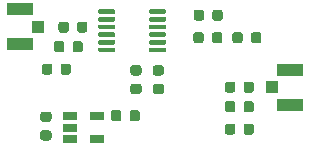
<source format=gtp>
G04 #@! TF.GenerationSoftware,KiCad,Pcbnew,5.1.6+dfsg1-1~bpo9+1*
G04 #@! TF.CreationDate,2021-11-05T21:37:23+01:00*
G04 #@! TF.ProjectId,sdrtrx-plutoclk,73647274-7278-42d7-906c-75746f636c6b,rev?*
G04 #@! TF.SameCoordinates,Original*
G04 #@! TF.FileFunction,Paste,Top*
G04 #@! TF.FilePolarity,Positive*
%FSLAX46Y46*%
G04 Gerber Fmt 4.6, Leading zero omitted, Abs format (unit mm)*
G04 Created by KiCad (PCBNEW 5.1.6+dfsg1-1~bpo9+1) date 2021-11-05 21:37:23*
%MOMM*%
%LPD*%
G01*
G04 APERTURE LIST*
%ADD10R,2.200000X1.050000*%
%ADD11R,1.050000X1.000000*%
%ADD12R,1.200000X0.650000*%
G04 APERTURE END LIST*
D10*
X151385000Y-81964000D03*
D11*
X149860000Y-83439000D03*
D10*
X151385000Y-84914000D03*
X128524000Y-79785000D03*
D11*
X130049000Y-78310000D03*
D10*
X128524000Y-76835000D03*
D12*
X135008000Y-85918000D03*
X135008000Y-87818000D03*
X132708000Y-87818000D03*
X132708000Y-86868000D03*
X132708000Y-85918000D03*
G36*
G01*
X137764000Y-86108250D02*
X137764000Y-85595750D01*
G75*
G02*
X137982750Y-85377000I218750J0D01*
G01*
X138420250Y-85377000D01*
G75*
G02*
X138639000Y-85595750I0J-218750D01*
G01*
X138639000Y-86108250D01*
G75*
G02*
X138420250Y-86327000I-218750J0D01*
G01*
X137982750Y-86327000D01*
G75*
G02*
X137764000Y-86108250I0J218750D01*
G01*
G37*
G36*
G01*
X136189000Y-86108250D02*
X136189000Y-85595750D01*
G75*
G02*
X136407750Y-85377000I218750J0D01*
G01*
X136845250Y-85377000D01*
G75*
G02*
X137064000Y-85595750I0J-218750D01*
G01*
X137064000Y-86108250D01*
G75*
G02*
X136845250Y-86327000I-218750J0D01*
G01*
X136407750Y-86327000D01*
G75*
G02*
X136189000Y-86108250I0J218750D01*
G01*
G37*
G36*
G01*
X130426750Y-87091000D02*
X130939250Y-87091000D01*
G75*
G02*
X131158000Y-87309750I0J-218750D01*
G01*
X131158000Y-87747250D01*
G75*
G02*
X130939250Y-87966000I-218750J0D01*
G01*
X130426750Y-87966000D01*
G75*
G02*
X130208000Y-87747250I0J218750D01*
G01*
X130208000Y-87309750D01*
G75*
G02*
X130426750Y-87091000I218750J0D01*
G01*
G37*
G36*
G01*
X130426750Y-85516000D02*
X130939250Y-85516000D01*
G75*
G02*
X131158000Y-85734750I0J-218750D01*
G01*
X131158000Y-86172250D01*
G75*
G02*
X130939250Y-86391000I-218750J0D01*
G01*
X130426750Y-86391000D01*
G75*
G02*
X130208000Y-86172250I0J218750D01*
G01*
X130208000Y-85734750D01*
G75*
G02*
X130426750Y-85516000I218750J0D01*
G01*
G37*
G36*
G01*
X139951750Y-83154000D02*
X140464250Y-83154000D01*
G75*
G02*
X140683000Y-83372750I0J-218750D01*
G01*
X140683000Y-83810250D01*
G75*
G02*
X140464250Y-84029000I-218750J0D01*
G01*
X139951750Y-84029000D01*
G75*
G02*
X139733000Y-83810250I0J218750D01*
G01*
X139733000Y-83372750D01*
G75*
G02*
X139951750Y-83154000I218750J0D01*
G01*
G37*
G36*
G01*
X139951750Y-81579000D02*
X140464250Y-81579000D01*
G75*
G02*
X140683000Y-81797750I0J-218750D01*
G01*
X140683000Y-82235250D01*
G75*
G02*
X140464250Y-82454000I-218750J0D01*
G01*
X139951750Y-82454000D01*
G75*
G02*
X139733000Y-82235250I0J218750D01*
G01*
X139733000Y-81797750D01*
G75*
G02*
X139951750Y-81579000I218750J0D01*
G01*
G37*
G36*
G01*
X139412000Y-77136000D02*
X139412000Y-76936000D01*
G75*
G02*
X139512000Y-76836000I100000J0D01*
G01*
X140762000Y-76836000D01*
G75*
G02*
X140862000Y-76936000I0J-100000D01*
G01*
X140862000Y-77136000D01*
G75*
G02*
X140762000Y-77236000I-100000J0D01*
G01*
X139512000Y-77236000D01*
G75*
G02*
X139412000Y-77136000I0J100000D01*
G01*
G37*
G36*
G01*
X139412000Y-77786000D02*
X139412000Y-77586000D01*
G75*
G02*
X139512000Y-77486000I100000J0D01*
G01*
X140762000Y-77486000D01*
G75*
G02*
X140862000Y-77586000I0J-100000D01*
G01*
X140862000Y-77786000D01*
G75*
G02*
X140762000Y-77886000I-100000J0D01*
G01*
X139512000Y-77886000D01*
G75*
G02*
X139412000Y-77786000I0J100000D01*
G01*
G37*
G36*
G01*
X139412000Y-78436000D02*
X139412000Y-78236000D01*
G75*
G02*
X139512000Y-78136000I100000J0D01*
G01*
X140762000Y-78136000D01*
G75*
G02*
X140862000Y-78236000I0J-100000D01*
G01*
X140862000Y-78436000D01*
G75*
G02*
X140762000Y-78536000I-100000J0D01*
G01*
X139512000Y-78536000D01*
G75*
G02*
X139412000Y-78436000I0J100000D01*
G01*
G37*
G36*
G01*
X139412000Y-79086000D02*
X139412000Y-78886000D01*
G75*
G02*
X139512000Y-78786000I100000J0D01*
G01*
X140762000Y-78786000D01*
G75*
G02*
X140862000Y-78886000I0J-100000D01*
G01*
X140862000Y-79086000D01*
G75*
G02*
X140762000Y-79186000I-100000J0D01*
G01*
X139512000Y-79186000D01*
G75*
G02*
X139412000Y-79086000I0J100000D01*
G01*
G37*
G36*
G01*
X139412000Y-79736000D02*
X139412000Y-79536000D01*
G75*
G02*
X139512000Y-79436000I100000J0D01*
G01*
X140762000Y-79436000D01*
G75*
G02*
X140862000Y-79536000I0J-100000D01*
G01*
X140862000Y-79736000D01*
G75*
G02*
X140762000Y-79836000I-100000J0D01*
G01*
X139512000Y-79836000D01*
G75*
G02*
X139412000Y-79736000I0J100000D01*
G01*
G37*
G36*
G01*
X139412000Y-80386000D02*
X139412000Y-80186000D01*
G75*
G02*
X139512000Y-80086000I100000J0D01*
G01*
X140762000Y-80086000D01*
G75*
G02*
X140862000Y-80186000I0J-100000D01*
G01*
X140862000Y-80386000D01*
G75*
G02*
X140762000Y-80486000I-100000J0D01*
G01*
X139512000Y-80486000D01*
G75*
G02*
X139412000Y-80386000I0J100000D01*
G01*
G37*
G36*
G01*
X135112000Y-80386000D02*
X135112000Y-80186000D01*
G75*
G02*
X135212000Y-80086000I100000J0D01*
G01*
X136462000Y-80086000D01*
G75*
G02*
X136562000Y-80186000I0J-100000D01*
G01*
X136562000Y-80386000D01*
G75*
G02*
X136462000Y-80486000I-100000J0D01*
G01*
X135212000Y-80486000D01*
G75*
G02*
X135112000Y-80386000I0J100000D01*
G01*
G37*
G36*
G01*
X135112000Y-79736000D02*
X135112000Y-79536000D01*
G75*
G02*
X135212000Y-79436000I100000J0D01*
G01*
X136462000Y-79436000D01*
G75*
G02*
X136562000Y-79536000I0J-100000D01*
G01*
X136562000Y-79736000D01*
G75*
G02*
X136462000Y-79836000I-100000J0D01*
G01*
X135212000Y-79836000D01*
G75*
G02*
X135112000Y-79736000I0J100000D01*
G01*
G37*
G36*
G01*
X135112000Y-79086000D02*
X135112000Y-78886000D01*
G75*
G02*
X135212000Y-78786000I100000J0D01*
G01*
X136462000Y-78786000D01*
G75*
G02*
X136562000Y-78886000I0J-100000D01*
G01*
X136562000Y-79086000D01*
G75*
G02*
X136462000Y-79186000I-100000J0D01*
G01*
X135212000Y-79186000D01*
G75*
G02*
X135112000Y-79086000I0J100000D01*
G01*
G37*
G36*
G01*
X135112000Y-78436000D02*
X135112000Y-78236000D01*
G75*
G02*
X135212000Y-78136000I100000J0D01*
G01*
X136462000Y-78136000D01*
G75*
G02*
X136562000Y-78236000I0J-100000D01*
G01*
X136562000Y-78436000D01*
G75*
G02*
X136462000Y-78536000I-100000J0D01*
G01*
X135212000Y-78536000D01*
G75*
G02*
X135112000Y-78436000I0J100000D01*
G01*
G37*
G36*
G01*
X135112000Y-77786000D02*
X135112000Y-77586000D01*
G75*
G02*
X135212000Y-77486000I100000J0D01*
G01*
X136462000Y-77486000D01*
G75*
G02*
X136562000Y-77586000I0J-100000D01*
G01*
X136562000Y-77786000D01*
G75*
G02*
X136462000Y-77886000I-100000J0D01*
G01*
X135212000Y-77886000D01*
G75*
G02*
X135112000Y-77786000I0J100000D01*
G01*
G37*
G36*
G01*
X135112000Y-77136000D02*
X135112000Y-76936000D01*
G75*
G02*
X135212000Y-76836000I100000J0D01*
G01*
X136462000Y-76836000D01*
G75*
G02*
X136562000Y-76936000I0J-100000D01*
G01*
X136562000Y-77136000D01*
G75*
G02*
X136462000Y-77236000I-100000J0D01*
G01*
X135212000Y-77236000D01*
G75*
G02*
X135112000Y-77136000I0J100000D01*
G01*
G37*
G36*
G01*
X144074500Y-77086750D02*
X144074500Y-77599250D01*
G75*
G02*
X143855750Y-77818000I-218750J0D01*
G01*
X143418250Y-77818000D01*
G75*
G02*
X143199500Y-77599250I0J218750D01*
G01*
X143199500Y-77086750D01*
G75*
G02*
X143418250Y-76868000I218750J0D01*
G01*
X143855750Y-76868000D01*
G75*
G02*
X144074500Y-77086750I0J-218750D01*
G01*
G37*
G36*
G01*
X145649500Y-77086750D02*
X145649500Y-77599250D01*
G75*
G02*
X145430750Y-77818000I-218750J0D01*
G01*
X144993250Y-77818000D01*
G75*
G02*
X144774500Y-77599250I0J218750D01*
G01*
X144774500Y-77086750D01*
G75*
G02*
X144993250Y-76868000I218750J0D01*
G01*
X145430750Y-76868000D01*
G75*
G02*
X145649500Y-77086750I0J-218750D01*
G01*
G37*
G36*
G01*
X144049000Y-78991750D02*
X144049000Y-79504250D01*
G75*
G02*
X143830250Y-79723000I-218750J0D01*
G01*
X143392750Y-79723000D01*
G75*
G02*
X143174000Y-79504250I0J218750D01*
G01*
X143174000Y-78991750D01*
G75*
G02*
X143392750Y-78773000I218750J0D01*
G01*
X143830250Y-78773000D01*
G75*
G02*
X144049000Y-78991750I0J-218750D01*
G01*
G37*
G36*
G01*
X145624000Y-78991750D02*
X145624000Y-79504250D01*
G75*
G02*
X145405250Y-79723000I-218750J0D01*
G01*
X144967750Y-79723000D01*
G75*
G02*
X144749000Y-79504250I0J218750D01*
G01*
X144749000Y-78991750D01*
G75*
G02*
X144967750Y-78773000I218750J0D01*
G01*
X145405250Y-78773000D01*
G75*
G02*
X145624000Y-78991750I0J-218750D01*
G01*
G37*
G36*
G01*
X146716000Y-84833750D02*
X146716000Y-85346250D01*
G75*
G02*
X146497250Y-85565000I-218750J0D01*
G01*
X146059750Y-85565000D01*
G75*
G02*
X145841000Y-85346250I0J218750D01*
G01*
X145841000Y-84833750D01*
G75*
G02*
X146059750Y-84615000I218750J0D01*
G01*
X146497250Y-84615000D01*
G75*
G02*
X146716000Y-84833750I0J-218750D01*
G01*
G37*
G36*
G01*
X148291000Y-84833750D02*
X148291000Y-85346250D01*
G75*
G02*
X148072250Y-85565000I-218750J0D01*
G01*
X147634750Y-85565000D01*
G75*
G02*
X147416000Y-85346250I0J218750D01*
G01*
X147416000Y-84833750D01*
G75*
G02*
X147634750Y-84615000I218750J0D01*
G01*
X148072250Y-84615000D01*
G75*
G02*
X148291000Y-84833750I0J-218750D01*
G01*
G37*
G36*
G01*
X146716000Y-83182750D02*
X146716000Y-83695250D01*
G75*
G02*
X146497250Y-83914000I-218750J0D01*
G01*
X146059750Y-83914000D01*
G75*
G02*
X145841000Y-83695250I0J218750D01*
G01*
X145841000Y-83182750D01*
G75*
G02*
X146059750Y-82964000I218750J0D01*
G01*
X146497250Y-82964000D01*
G75*
G02*
X146716000Y-83182750I0J-218750D01*
G01*
G37*
G36*
G01*
X148291000Y-83182750D02*
X148291000Y-83695250D01*
G75*
G02*
X148072250Y-83914000I-218750J0D01*
G01*
X147634750Y-83914000D01*
G75*
G02*
X147416000Y-83695250I0J218750D01*
G01*
X147416000Y-83182750D01*
G75*
G02*
X147634750Y-82964000I218750J0D01*
G01*
X148072250Y-82964000D01*
G75*
G02*
X148291000Y-83182750I0J-218750D01*
G01*
G37*
G36*
G01*
X138559250Y-82454000D02*
X138046750Y-82454000D01*
G75*
G02*
X137828000Y-82235250I0J218750D01*
G01*
X137828000Y-81797750D01*
G75*
G02*
X138046750Y-81579000I218750J0D01*
G01*
X138559250Y-81579000D01*
G75*
G02*
X138778000Y-81797750I0J-218750D01*
G01*
X138778000Y-82235250D01*
G75*
G02*
X138559250Y-82454000I-218750J0D01*
G01*
G37*
G36*
G01*
X138559250Y-84029000D02*
X138046750Y-84029000D01*
G75*
G02*
X137828000Y-83810250I0J218750D01*
G01*
X137828000Y-83372750D01*
G75*
G02*
X138046750Y-83154000I218750J0D01*
G01*
X138559250Y-83154000D01*
G75*
G02*
X138778000Y-83372750I0J-218750D01*
G01*
X138778000Y-83810250D01*
G75*
G02*
X138559250Y-84029000I-218750J0D01*
G01*
G37*
G36*
G01*
X132938000Y-80266250D02*
X132938000Y-79753750D01*
G75*
G02*
X133156750Y-79535000I218750J0D01*
G01*
X133594250Y-79535000D01*
G75*
G02*
X133813000Y-79753750I0J-218750D01*
G01*
X133813000Y-80266250D01*
G75*
G02*
X133594250Y-80485000I-218750J0D01*
G01*
X133156750Y-80485000D01*
G75*
G02*
X132938000Y-80266250I0J218750D01*
G01*
G37*
G36*
G01*
X131363000Y-80266250D02*
X131363000Y-79753750D01*
G75*
G02*
X131581750Y-79535000I218750J0D01*
G01*
X132019250Y-79535000D01*
G75*
G02*
X132238000Y-79753750I0J-218750D01*
G01*
X132238000Y-80266250D01*
G75*
G02*
X132019250Y-80485000I-218750J0D01*
G01*
X131581750Y-80485000D01*
G75*
G02*
X131363000Y-80266250I0J218750D01*
G01*
G37*
G36*
G01*
X147351000Y-78991750D02*
X147351000Y-79504250D01*
G75*
G02*
X147132250Y-79723000I-218750J0D01*
G01*
X146694750Y-79723000D01*
G75*
G02*
X146476000Y-79504250I0J218750D01*
G01*
X146476000Y-78991750D01*
G75*
G02*
X146694750Y-78773000I218750J0D01*
G01*
X147132250Y-78773000D01*
G75*
G02*
X147351000Y-78991750I0J-218750D01*
G01*
G37*
G36*
G01*
X148926000Y-78991750D02*
X148926000Y-79504250D01*
G75*
G02*
X148707250Y-79723000I-218750J0D01*
G01*
X148269750Y-79723000D01*
G75*
G02*
X148051000Y-79504250I0J218750D01*
G01*
X148051000Y-78991750D01*
G75*
G02*
X148269750Y-78773000I218750J0D01*
G01*
X148707250Y-78773000D01*
G75*
G02*
X148926000Y-78991750I0J-218750D01*
G01*
G37*
G36*
G01*
X147416000Y-87251250D02*
X147416000Y-86738750D01*
G75*
G02*
X147634750Y-86520000I218750J0D01*
G01*
X148072250Y-86520000D01*
G75*
G02*
X148291000Y-86738750I0J-218750D01*
G01*
X148291000Y-87251250D01*
G75*
G02*
X148072250Y-87470000I-218750J0D01*
G01*
X147634750Y-87470000D01*
G75*
G02*
X147416000Y-87251250I0J218750D01*
G01*
G37*
G36*
G01*
X145841000Y-87251250D02*
X145841000Y-86738750D01*
G75*
G02*
X146059750Y-86520000I218750J0D01*
G01*
X146497250Y-86520000D01*
G75*
G02*
X146716000Y-86738750I0J-218750D01*
G01*
X146716000Y-87251250D01*
G75*
G02*
X146497250Y-87470000I-218750J0D01*
G01*
X146059750Y-87470000D01*
G75*
G02*
X145841000Y-87251250I0J218750D01*
G01*
G37*
G36*
G01*
X131222000Y-81658750D02*
X131222000Y-82171250D01*
G75*
G02*
X131003250Y-82390000I-218750J0D01*
G01*
X130565750Y-82390000D01*
G75*
G02*
X130347000Y-82171250I0J218750D01*
G01*
X130347000Y-81658750D01*
G75*
G02*
X130565750Y-81440000I218750J0D01*
G01*
X131003250Y-81440000D01*
G75*
G02*
X131222000Y-81658750I0J-218750D01*
G01*
G37*
G36*
G01*
X132797000Y-81658750D02*
X132797000Y-82171250D01*
G75*
G02*
X132578250Y-82390000I-218750J0D01*
G01*
X132140750Y-82390000D01*
G75*
G02*
X131922000Y-82171250I0J218750D01*
G01*
X131922000Y-81658750D01*
G75*
G02*
X132140750Y-81440000I218750J0D01*
G01*
X132578250Y-81440000D01*
G75*
G02*
X132797000Y-81658750I0J-218750D01*
G01*
G37*
G36*
G01*
X132619000Y-78102750D02*
X132619000Y-78615250D01*
G75*
G02*
X132400250Y-78834000I-218750J0D01*
G01*
X131962750Y-78834000D01*
G75*
G02*
X131744000Y-78615250I0J218750D01*
G01*
X131744000Y-78102750D01*
G75*
G02*
X131962750Y-77884000I218750J0D01*
G01*
X132400250Y-77884000D01*
G75*
G02*
X132619000Y-78102750I0J-218750D01*
G01*
G37*
G36*
G01*
X134194000Y-78102750D02*
X134194000Y-78615250D01*
G75*
G02*
X133975250Y-78834000I-218750J0D01*
G01*
X133537750Y-78834000D01*
G75*
G02*
X133319000Y-78615250I0J218750D01*
G01*
X133319000Y-78102750D01*
G75*
G02*
X133537750Y-77884000I218750J0D01*
G01*
X133975250Y-77884000D01*
G75*
G02*
X134194000Y-78102750I0J-218750D01*
G01*
G37*
M02*

</source>
